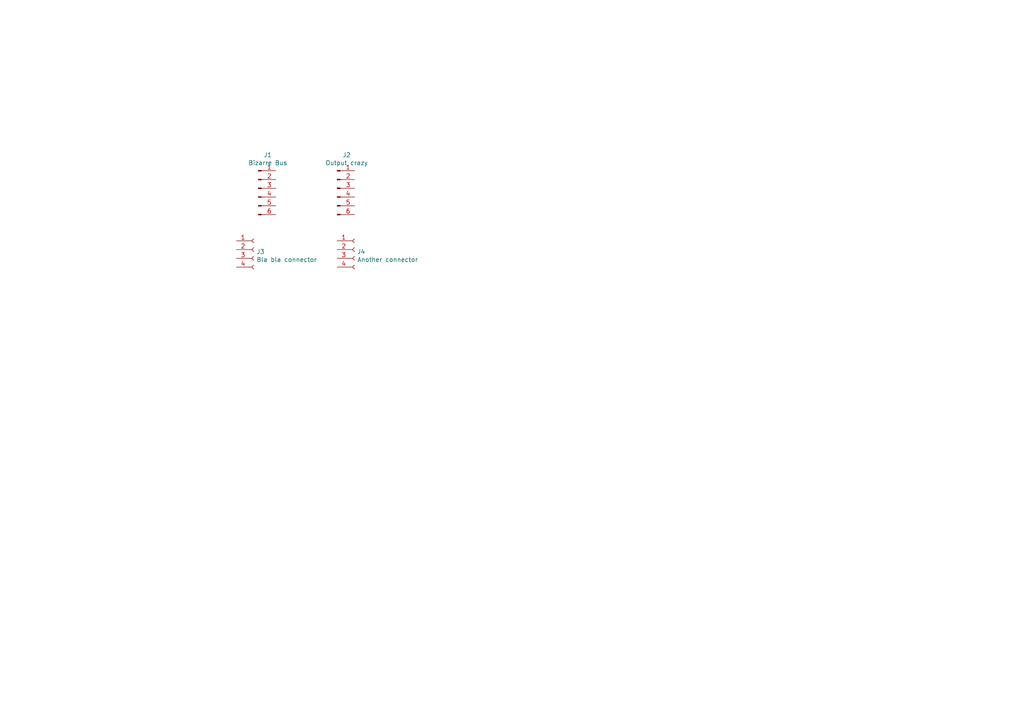
<source format=kicad_sch>
(kicad_sch (version 20211123) (generator eeschema)
  (paper "A4")
  (lib_symbols
    (symbol "Connector:Conn_01x04_Female" (pin_names (offset 1.016) hide)
      (property "Reference" "J" (at 0 5.08 0))
      (property "Value" "Conn_01x04_Female" (at 0 -7.62 0))
      (symbol "Conn_01x04_Female_1_1"
        (arc (start 0 -4.572) (mid -0.508 -5.08) (end 0 -5.588) (stroke (width 0.1524)))
        (arc (start 0 -2.032) (mid -0.508 -2.54) (end 0 -3.048) (stroke (width 0.1524)))
        (polyline (pts (xy -1.27 -5.08) (xy -0.508 -5.08)) (stroke (width 0.1524)))
        (polyline (pts (xy -1.27 -2.54) (xy -0.508 -2.54)) (stroke (width 0.1524)))
        (polyline (pts (xy -1.27 0) (xy -0.508 0)) (stroke (width 0.1524)))
        (polyline (pts (xy -1.27 2.54) (xy -0.508 2.54)) (stroke (width 0.1524)))
        (arc (start 0 0.508) (mid -0.508 0) (end 0 -0.508) (stroke (width 0.1524)))
        (arc (start 0 3.048) (mid -0.508 2.54) (end 0 2.032) (stroke (width 0.1524)))
        (pin passive line (at -5.08 2.54 0) (length 3.81) (name "Pin_1") (number "1"))
        (pin passive line (at -5.08 0 0) (length 3.81) (name "Pin_2") (number "2"))
        (pin passive line (at -5.08 -2.54 0) (length 3.81) (name "Pin_3") (number "3"))
        (pin passive line (at -5.08 -5.08 0) (length 3.81) (name "Pin_4") (number "4"))
      )
    )
    (symbol "Connector:Conn_01x06_Male" (pin_names (offset 1.016) hide)
      (property "Reference" "J" (at 0 7.62 0))
      (property "Value" "Conn_01x06_Male" (at 0 -10.16 0))
      (symbol "Conn_01x06_Male_1_1"
        (polyline (pts (xy 1.27 -7.62) (xy 0.8636 -7.62)) (stroke (width 0.1524)))
        (polyline (pts (xy 1.27 -5.08) (xy 0.8636 -5.08)) (stroke (width 0.1524)))
        (polyline (pts (xy 1.27 -2.54) (xy 0.8636 -2.54)) (stroke (width 0.1524)))
        (polyline (pts (xy 1.27 0) (xy 0.8636 0)) (stroke (width 0.1524)))
        (polyline (pts (xy 1.27 2.54) (xy 0.8636 2.54)) (stroke (width 0.1524)))
        (polyline (pts (xy 1.27 5.08) (xy 0.8636 5.08)) (stroke (width 0.1524)))
        (rectangle (start 0.8636 -7.493) (end 0 -7.747) (stroke (width 0.1524)) (fill (type outline)))
        (rectangle (start 0.8636 -4.953) (end 0 -5.207) (stroke (width 0.1524)) (fill (type outline)))
        (rectangle (start 0.8636 -2.413) (end 0 -2.667) (stroke (width 0.1524)) (fill (type outline)))
        (rectangle (start 0.8636 0.127) (end 0 -0.127) (stroke (width 0.1524)) (fill (type outline)))
        (rectangle (start 0.8636 2.667) (end 0 2.413) (stroke (width 0.1524)) (fill (type outline)))
        (rectangle (start 0.8636 5.207) (end 0 4.953) (stroke (width 0.1524)) (fill (type outline)))
        (pin passive line (at 5.08 5.08 180) (length 3.81) (name "Pin_1") (number "1"))
        (pin passive line (at 5.08 2.54 180) (length 3.81) (name "Pin_2") (number "2"))
        (pin passive line (at 5.08 0 180) (length 3.81) (name "Pin_3") (number "3"))
        (pin passive line (at 5.08 -2.54 180) (length 3.81) (name "Pin_4") (number "4"))
        (pin passive line (at 5.08 -5.08 180) (length 3.81) (name "Pin_5") (number "5"))
        (pin passive line (at 5.08 -7.62 180) (length 3.81) (name "Pin_6") (number "6"))
      )
    )
  )
  (symbol (lib_id "Connector:Conn_01x06_Male") (at 74.93 54.61 0) (unit 1)
    (property "Reference" "J1" (at 77.6732 44.9326 0))
    (property "Value" "Bizarre Bus" (at 77.6732 47.244 0))
    (property "Footprint" "Connector_PinHeader_2.54mm:PinHeader_1x06_P2.54mm_Vertical" (effects hide))
    (property "Description" "1x6" (effects hide))
  )
  (symbol (lib_id "Connector:Conn_01x06_Male") (at 97.79 54.61 0) (unit 1)
    (property "Reference" "J2" (at 100.5332 44.9326 0))
    (property "Value" "Output crazy" (at 100.5332 47.244 0))
    (property "Footprint" "Connector_PinHeader_2.54mm:PinHeader_1x06_P2.54mm_Vertical" (effects hide))
    (property "Description" "1x6" (effects hide))
  )
  (symbol (lib_id "Connector:Conn_01x04_Female") (at 102.87 72.39 0) (unit 1)
    (property "Reference" "J4" (at 103.5812 72.9996 0) (effects (justify left)))
    (property "Value" "Another connector" (at 103.5812 75.311 0) (effects (justify left)))
    (property "Footprint" "Connector_PinHeader_2.54mm:PinHeader_1x04_P2.54mm_Horizontal" (effects hide))
    (property "Description" "1x4" (effects hide))
  )
  (symbol (lib_id "Connector:Conn_01x04_Female") (at 73.66 72.39 0) (unit 1)
    (property "Reference" "J3" (at 74.3712 72.9996 0) (effects (justify left)))
    (property "Value" "Bla bla connector" (at 74.3712 75.311 0) (effects (justify left)))
    (property "Footprint" "Connector_PinHeader_2.54mm:PinHeader_1x04_P2.54mm_Horizontal" (effects hide))
    (property "Description" "1x4" (effects hide))
  )
)
</source>
